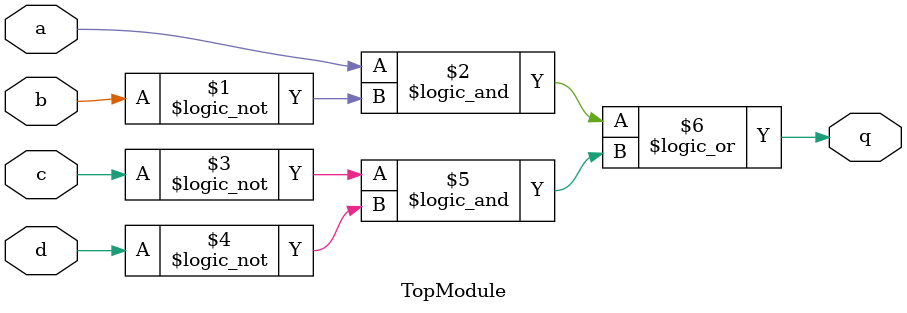
<source format=sv>

module TopModule (
    input a, // Clock signal
    input b, 
    input c, 
    input d, 
    output q // Output signal
);

// Combinational logic to generate the output signal 'q'
assign q = (a && !b) || (!c && !d);

endmodule

// VERILOG-EVAL: abnormal backticks count
// VERILOG-EVAL: errant inclusion of module definition

</source>
